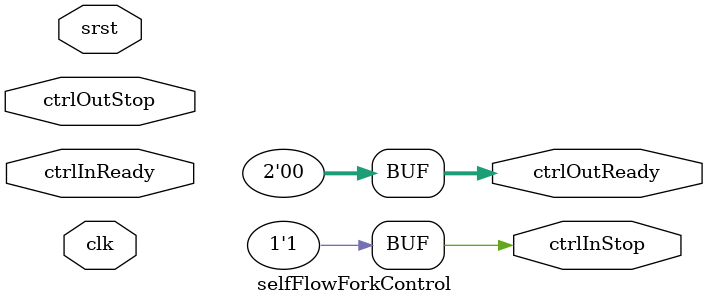
<source format=v>


`timescale 1ns/1ps

module selfFlowForkControl
  (ctrlInReady, ctrlInStop, ctrlOutReady, ctrlOutStop, clk, srst);

// Specifies the number of fork output branches.
parameter NumPorts = 2;

// Specifies the clock and active high synchronous reset signals.
// verilator lint_off UNUSED
input clk;
input srst;

// Specifies the 'upstream' control input ports.
input  ctrlInReady;
output ctrlInStop;

// Specifies the 'downstream' control output ports.
output [NumPorts-1:0] ctrlOutReady;
input  [NumPorts-1:0] ctrlOutStop;
// verilator lint_on UNUSED

assign ctrlInStop = 1'b1;
assign ctrlOutReady = 0;

endmodule

</source>
